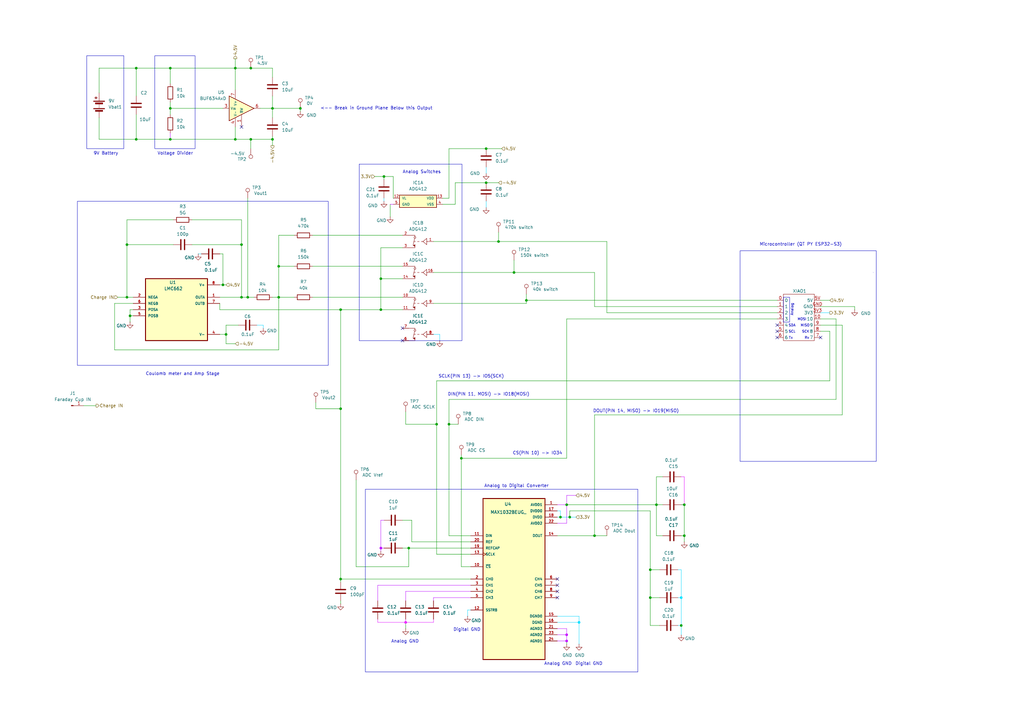
<source format=kicad_sch>
(kicad_sch (version 20231120) (generator "eeschema") (generator_version "8.0")
  (paper "A3")
  (title_block (title "Team 3 - COATL Aircraft Schematic") (date "2025-04-14") (rev "6") (company "Annika Boyd, Eisa Alsharifi, Felix Moss, Nathan Truong"))
  (lib_symbols
    (symbol "ADG412:ADG412" (pin_names (offset 1.016))
      (property "Reference" "IC" (at -7.62 5.08 0))
      (property "Value" "ADG412" (at -7.62 -3.81 0))
      (symbol "ADG412_1_0"
        (pin power_in line (at -10.16 2.54 0) (length 2.54) (name "VL") (number "12"))
        (pin power_in line (at 10.16 2.54 180) (length 2.54) (name "VDD") (number "13"))
        (pin power_in line (at 10.16 0 180) (length 2.54) (name "VSS") (number "4"))
        (pin power_in line (at -10.16 0 0) (length 2.54) (name "GND") (number "5"))
      )
      (symbol "ADG412_2_0"
        (pin input line (at -7.62 0 0) (length 2.54) (name "~") (number "1"))
        (pin passive line (at 5.08 -2.54 180) (length 2.54) (name "~") (number "2"))
        (pin passive line (at 5.08 2.54 180) (length 2.54) (name "~") (number "3"))
      )
      (symbol "ADG412_3_0"
        (pin passive line (at 5.08 2.54 180) (length 2.54) (name "~") (number "14"))
        (pin passive line (at 5.08 -2.54 180) (length 2.54) (name "~") (number "15"))
        (pin input line (at -7.62 0 0) (length 2.54) (name "~") (number "16"))
      )
      (symbol "ADG412_4_0"
        (pin passive line (at 5.08 -2.54 180) (length 2.54) (name "~") (number "10"))
        (pin passive line (at 5.08 2.54 180) (length 2.54) (name "~") (number "11"))
        (pin input line (at -7.62 0 0) (length 2.54) (name "~") (number "9"))
      )
      (symbol "ADG412_5_0"
        (pin passive line (at 5.08 2.54 180) (length 2.54) (name "~") (number "6"))
        (pin passive line (at 5.08 -2.54 180) (length 2.54) (name "~") (number "7"))
        (pin input line (at -7.62 0 0) (length 2.54) (name "~") (number "8"))
      )
    )
    (symbol "Connector:Conn_01x01_Pin" (pin_names (offset 1.016) hide)
      (property "Reference" "J" (at 0 2.54 0))
      (property "Value" "Conn_01x01_Pin" (at 0 -2.54 0))
      (symbol "Conn_01x01_Pin_1_1"
        (pin passive line (at 5.08 0 180) (length 3.81) (name "Pin_1") (number "1"))
      )
    )
    (symbol "Connector:TestPoint" (pin_numbers hide) (pin_names (offset 0.762) hide)
      (property "Reference" "TP" (at 0 6.858 0))
      (property "Value" "TestPoint" (at 0 5.08 0))
      (symbol "TestPoint_1_1"
        (pin passive line (at 0 0 90) (length 2.54) (name "1") (number "1"))
      )
    )
    (symbol "Device:Battery" (pin_numbers hide) (pin_names (offset 0) hide)
      (property "Reference" "BT" (at 2.54 2.54 0))
      (property "Value" "Battery" (at 2.54 0 0))
      (symbol "Battery_1_1"
        (pin passive line (at 0 5.08 270) (length 2.54) (name "+") (number "1"))
        (pin passive line (at 0 -5.08 90) (length 2.54) (name "-") (number "2"))
      )
    )
    (symbol "Device:C" (pin_numbers hide) (pin_names (offset 0.254))
      (property "Reference" "C" (at 0.635 2.54 0))
      (property "Value" "C" (at 0.635 -2.54 0))
      (symbol "C_1_1"
        (pin passive line (at 0 3.81 270) (length 2.794) (name "~") (number "1"))
        (pin passive line (at 0 -3.81 90) (length 2.794) (name "~") (number "2"))
      )
    )
    (symbol "Device:R" (pin_numbers hide) (pin_names (offset 0))
      (property "Reference" "R" (at 2.032 0 90))
      (property "Value" "R" (at 0 0 90))
      (symbol "R_1_1"
        (pin passive line (at 0 3.81 270) (length 1.27) (name "~") (number "1"))
        (pin passive line (at 0 -3.81 90) (length 1.27) (name "~") (number "2"))
      )
    )
    (symbol "LMC6042IM:LMC6042IM" (pin_names (offset 1.016))
      (property "Reference" "U4" (at -1.524 11.176 0))
      (property "Value" "LMC662" (at -1.27 8.636 0))
      (symbol "LMC6042IM_0_0"
        (pin output line (at 17.78 5.08 180) (length 5.08) (name "OUTA") (number "1"))
        (pin input line (at -17.78 5.08 0) (length 5.08) (name "NEGA") (number "2"))
        (pin input line (at -17.78 0 0) (length 5.08) (name "POSA") (number "3"))
        (pin power_in line (at 17.78 -10.16 180) (length 5.08) (name "V-") (number "4"))
        (pin input line (at -17.78 -2.54 0) (length 5.08) (name "POSB") (number "5"))
        (pin input line (at -17.78 2.54 0) (length 5.08) (name "NEGB") (number "6"))
        (pin output line (at 17.78 2.54 180) (length 5.08) (name "OUTB") (number "7"))
        (pin power_in line (at 17.78 10.16 180) (length 5.08) (name "V+") (number "8"))
      )
    )
    (symbol "MAX1032BEUG_:MAX1032BEUG_" (pin_names (offset 1.016))
      (property "Reference" "U" (at -12.7 34.0106 0))
      (property "Value" "MAX1032BEUG_" (at -12.7 -37.0078 0))
      (symbol "MAX1032BEUG__0_0"
        (pin power_in line (at 17.78 30.48 180) (length 5.08) (name "AVDD1") (number "1"))
        (pin bidirectional line (at -17.78 5.08 0) (length 5.08) (name "~{CS}") (number "10"))
        (pin input line (at -17.78 17.78 0) (length 5.08) (name "DIN") (number "11"))
        (pin bidirectional line (at -17.78 -12.7 0) (length 5.08) (name "SSTRB") (number "12"))
        (pin input clock (at -17.78 10.16 0) (length 5.08) (name "SCLK") (number "13"))
        (pin output line (at 17.78 17.78 180) (length 5.08) (name "DOUT") (number "14"))
        (pin power_in line (at 17.78 -15.24 180) (length 5.08) (name "DGND0") (number "15"))
        (pin power_in line (at 17.78 -17.78 180) (length 5.08) (name "DGND") (number "16"))
        (pin power_in line (at 17.78 27.94 180) (length 5.08) (name "DVDD0") (number "17"))
        (pin power_in line (at 17.78 25.4 180) (length 5.08) (name "DVDD") (number "18"))
        (pin input line (at -17.78 12.7 0) (length 5.08) (name "REFCAP") (number "19"))
        (pin bidirectional line (at -17.78 0 0) (length 5.08) (name "CH0") (number "2"))
        (pin input line (at -17.78 15.24 0) (length 5.08) (name "REF") (number "20"))
        (pin power_in line (at 17.78 -20.32 180) (length 5.08) (name "AGND3") (number "21"))
        (pin power_in line (at 17.78 22.86 180) (length 5.08) (name "AVDD2") (number "22"))
        (pin power_in line (at 17.78 -22.86 180) (length 5.08) (name "AGND2") (number "23"))
        (pin power_in line (at 17.78 -25.4 180) (length 5.08) (name "AGND1") (number "24"))
        (pin bidirectional line (at -17.78 -2.54 0) (length 5.08) (name "CH1") (number "3"))
        (pin bidirectional line (at -17.78 -5.08 0) (length 5.08) (name "CH2") (number "4"))
        (pin bidirectional line (at -17.78 -7.62 0) (length 5.08) (name "CH3") (number "5"))
        (pin bidirectional line (at 17.78 0 180) (length 5.08) (name "CH4") (number "6"))
        (pin bidirectional line (at 17.78 -2.54 180) (length 5.08) (name "CH5") (number "7"))
        (pin bidirectional line (at 17.78 -5.08 180) (length 5.08) (name "CH6") (number "8"))
        (pin bidirectional line (at 17.78 -7.62 180) (length 5.08) (name "CH7") (number "9"))
      )
    )
    (symbol "XIAO:esp32s3"
      (property "Reference" "XIAO" (at 0 0 0))
      (symbol "esp32s3_1_1"
        (pin bidirectional line (at -8.89 -3.81 0) (length 2.54) (name "0") (number "0"))
        (pin bidirectional line (at -8.89 -6.35 0) (length 2.54) (name "1") (number "1"))
        (pin bidirectional line (at 8.89 -11.43 180) (length 2.54) (name "10") (number "10"))
        (pin bidirectional line (at -8.89 -8.89 0) (length 2.54) (name "2") (number "2"))
        (pin bidirectional line (at -8.89 -11.43 0) (length 2.54) (name "3") (number "3"))
        (pin bidirectional line (at 8.89 -8.89 180) (length 2.54) (name "3V3") (number "3V3"))
        (pin bidirectional line (at -8.89 -13.97 0) (length 2.54) (name "4") (number "4"))
        (pin bidirectional line (at -8.89 -16.51 0) (length 2.54) (name "5") (number "5"))
        (pin bidirectional line (at 8.89 -3.81 180) (length 2.54) (name "5V") (number "5V"))
        (pin bidirectional line (at -8.89 -19.05 0) (length 2.54) (name "6") (number "6"))
        (pin bidirectional line (at 8.89 -19.05 180) (length 2.54) (name "7") (number "7"))
        (pin bidirectional line (at 8.89 -16.51 180) (length 2.54) (name "8") (number "8"))
        (pin bidirectional line (at 8.89 -13.97 180) (length 2.54) (name "9") (number "9"))
        (pin bidirectional line (at 8.89 -6.35 180) (length 2.54) (name "GND") (number "GND"))
      )
    )
    (symbol "buf634axd:BUF634AxD"
      (property "Reference" "U2" (at -10.922 6.604 0))
      (property "Value" "BUF634AxD" (at -10.922 4.064 0))
      (symbol "BUF634AxD_1_1"
        (pin input line (at 0 -7.62 90) (length 5.08) (name "BW") (number "1"))
        (pin no_connect line (at -5.08 5.08 0) (length 2.54) hide (name "NC") (number "2"))
        (pin input line (at -7.62 0 0) (length 2.54) (name "V_{IN}") (number "3"))
        (pin power_in line (at -2.54 -7.62 90) (length 3.81) (name "V-") (number "4"))
        (pin no_connect line (at -5.08 2.54 0) (length 2.54) hide (name "NC") (number "5"))
        (pin output line (at 7.62 0 180) (length 2.54) (name "~") (number "6"))
        (pin power_in line (at -2.54 7.62 270) (length 3.81) (name "V+") (number "7"))
        (pin no_connect line (at -5.08 -2.54 0) (length 2.54) hide (name "NC") (number "8"))
      )
    )
    (symbol "power:GND" (power) (pin_numbers hide) (pin_names (offset 0) hide)
      (property "Value" "GND" (at 0 -3.81 0))
      (symbol "GND_1_1"
        (pin power_in line (at 0 0 270) (length 0) (name "~") (number "1"))
      )
    )
  )
  (junction (at 69.85 57.15))
  (junction (at 199.39 60.96))
  (junction (at 179.07 173.99))
  (junction (at 232.41 207.01))
  (junction (at 123.19 44.45))
  (junction (at 139.7 167.64))
  (junction (at 279.4 245.11) (color 0 214 255 1))
  (junction (at 55.88 27.94))
  (junction (at 52.07 121.92))
  (junction (at 102.87 57.15))
  (junction (at 69.85 44.45))
  (junction (at 99.06 121.92))
  (junction (at 53.34 129.54))
  (junction (at 204.47 99.06))
  (junction (at 156.21 224.79) (color 182 6 255 1))
  (junction (at 139.7 237.49))
  (junction (at 280.67 219.71))
  (junction (at 229.87 212.09))
  (junction (at 114.3 121.92))
  (junction (at 139.7 127))
  (junction (at 101.6 121.92))
  (junction (at 114.3 109.22))
  (junction (at 96.52 57.15))
  (junction (at 91.44 116.84))
  (junction (at 232.41 260.35) (color 185 8 255 1))
  (junction (at 96.52 27.94))
  (junction (at 111.76 44.45))
  (junction (at 237.49 255.27) (color 0 212 255 1))
  (junction (at 279.4 256.54))
  (junction (at 243.84 219.71))
  (junction (at 157.48 72.39))
  (junction (at 166.37 255.27) (color 223 19 255 1))
  (junction (at 92.71 137.16))
  (junction (at 233.68 212.09))
  (junction (at 210.82 111.76))
  (junction (at 269.24 207.01))
  (junction (at 189.23 187.96))
  (junction (at 156.21 114.3))
  (junction (at 232.41 262.89) (color 185 8 255 1))
  (junction (at 280.67 207.01))
  (junction (at 55.88 57.15))
  (junction (at 266.7 233.68))
  (junction (at 99.06 100.33))
  (junction (at 199.39 74.93))
  (junction (at 52.07 100.33))
  (junction (at 215.9 123.19))
  (junction (at 266.7 245.11))
  (junction (at 184.15 173.99))
  (junction (at 102.87 27.94))
  (junction (at 156.21 127))
  (junction (at 167.64 224.79))
  (junction (at 111.76 57.15))
  (junction (at 69.85 27.94))
  (no_connect (at 228.6 242.57))
  (no_connect (at 228.6 245.11))
  (no_connect (at 228.6 237.49))
  (no_connect (at 318.77 138.43))
  (no_connect (at 165.1 139.7))
  (no_connect (at 336.55 138.43))
  (no_connect (at 228.6 240.03))
  (no_connect (at 99.06 52.07))
  (no_connect (at 318.77 135.89))
  (no_connect (at 318.77 133.35))
  (no_connect (at 165.1 134.62))
  (wire (pts (xy 111.76 39.37) (xy 111.76 44.45)))
  (wire (pts (xy 279.4 245.11) (xy 278.13 245.11)) (stroke (width 0) (color 0 214 255 1)))
  (wire (pts (xy 129.54 167.64) (xy 139.7 167.64)))
  (wire (pts (xy 90.17 116.84) (xy 91.44 116.84)))
  (wire (pts (xy 228.6 262.89) (xy 232.41 262.89)) (stroke (width 0) (color 185 8 255 1)))
  (wire (pts (xy 189.23 187.96) (xy 189.23 186.69)))
  (wire (pts (xy 139.7 127) (xy 139.7 167.64)))
  (wire (pts (xy 266.7 245.11) (xy 266.7 233.68)))
  (wire (pts (xy 266.7 209.55) (xy 266.7 233.68)))
  (wire (pts (xy 342.9 130.81) (xy 336.55 130.81)))
  (wire (pts (xy 96.52 24.13) (xy 96.52 27.94)))
  (wire (pts (xy 102.87 60.96) (xy 102.87 57.15)))
  (wire (pts (xy 54.61 127) (xy 53.34 127)))
  (wire (pts (xy 243.84 219.71) (xy 248.92 219.71)))
  (wire (pts (xy 156.21 127) (xy 139.7 127)))
  (wire (pts (xy 278.13 256.54) (xy 279.4 256.54)) (stroke (width 0) (color 0 214 255 1)))
  (wire (pts (xy 340.36 135.89) (xy 336.55 135.89)))
  (wire (pts (xy 156.21 114.3) (xy 165.1 114.3)))
  (wire (pts (xy 40.64 27.94) (xy 55.88 27.94)))
  (wire (pts (xy 193.04 232.41) (xy 189.23 232.41)))
  (wire (pts (xy 232.41 207.01) (xy 269.24 207.01)))
  (wire (pts (xy 279.4 195.58) (xy 280.67 195.58)) (stroke (width 0) (color 226 2 255 1)))
  (wire (pts (xy 139.7 246.38) (xy 139.7 247.65)))
  (wire (pts (xy 40.64 57.15) (xy 55.88 57.15)))
  (wire (pts (xy 111.76 31.75) (xy 111.76 27.94)))
  (wire (pts (xy 199.39 82.55) (xy 199.39 85.09)) (stroke (width 0) (color 0 212 255 1)))
  (wire (pts (xy 102.87 57.15) (xy 111.76 57.15)))
  (wire (pts (xy 243.84 111.76) (xy 243.84 125.73)))
  (wire (pts (xy 111.76 57.15) (xy 111.76 59.69)))
  (wire (pts (xy 106.68 44.45) (xy 111.76 44.45)))
  (wire (pts (xy 179.07 173.99) (xy 179.07 227.33)))
  (wire (pts (xy 96.52 27.94) (xy 102.87 27.94)))
  (wire (pts (xy 91.44 116.84) (xy 92.71 116.84)))
  (wire (pts (xy 156.21 224.79) (xy 157.48 224.79)) (stroke (width 0) (color 182 6 255 1)))
  (wire (pts (xy 154.94 246.38) (xy 154.94 240.03)) (stroke (width 0) (color 185 8 255 1)))
  (wire (pts (xy 177.8 255.27) (xy 177.8 254)) (stroke (width 0) (color 223 19 255 1)))
  (wire (pts (xy 269.24 207.01) (xy 271.78 207.01)))
  (wire (pts (xy 167.64 232.41) (xy 167.64 224.79)))
  (wire (pts (xy 280.67 207.01) (xy 279.4 207.01)))
  (wire (pts (xy 69.85 27.94) (xy 96.52 27.94)))
  (wire (pts (xy 269.24 219.71) (xy 269.24 207.01)))
  (wire (pts (xy 128.27 109.22) (xy 165.1 109.22)))
  (wire (pts (xy 123.19 45.72) (xy 123.19 44.45)))
  (wire (pts (xy 157.48 73.66) (xy 157.48 72.39)))
  (wire (pts (xy 157.48 72.39) (xy 161.29 72.39)))
  (wire (pts (xy 184.15 173.99) (xy 187.96 173.99)))
  (wire (pts (xy 161.29 72.39) (xy 161.29 81.28)))
  (wire (pts (xy 69.85 41.91) (xy 69.85 44.45)))
  (wire (pts (xy 82.55 104.14) (xy 81.28 104.14)) (stroke (width 0) (color 0 212 255 1)))
  (wire (pts (xy 177.8 111.76) (xy 210.82 111.76)))
  (wire (pts (xy 96.52 57.15) (xy 102.87 57.15)))
  (wire (pts (xy 210.82 106.68) (xy 210.82 111.76)))
  (wire (pts (xy 90.17 121.92) (xy 99.06 121.92)))
  (wire (pts (xy 99.06 100.33) (xy 99.06 121.92)))
  (wire (pts (xy 154.94 255.27) (xy 154.94 254)) (stroke (width 0) (color 223 19 255 1)))
  (wire (pts (xy 154.94 255.27) (xy 166.37 255.27)) (stroke (width 0) (color 223 19 255 1)))
  (wire (pts (xy 153.67 72.39) (xy 157.48 72.39)))
  (wire (pts (xy 55.88 57.15) (xy 69.85 57.15)))
  (wire (pts (xy 129.54 165.1) (xy 129.54 167.64)))
  (wire (pts (xy 278.13 233.68) (xy 279.4 233.68)) (stroke (width 0) (color 0 214 255 1)))
  (wire (pts (xy 166.37 242.57) (xy 193.04 242.57)) (stroke (width 0) (color 185 8 255 1)))
  (wire (pts (xy 168.91 213.36) (xy 165.1 213.36)))
  (wire (pts (xy 114.3 121.92) (xy 114.3 143.51)))
  (wire (pts (xy 69.85 44.45) (xy 69.85 46.99)))
  (wire (pts (xy 210.82 111.76) (xy 243.84 111.76)))
  (wire (pts (xy 111.76 121.92) (xy 114.3 121.92)))
  (wire (pts (xy 114.3 96.52) (xy 114.3 109.22)))
  (wire (pts (xy 179.07 227.33) (xy 193.04 227.33)))
  (wire (pts (xy 279.4 233.68) (xy 279.4 245.11)) (stroke (width 0) (color 0 214 255 1)))
  (wire (pts (xy 228.6 257.81) (xy 232.41 257.81)) (stroke (width 0) (color 185 8 255 1)))
  (wire (pts (xy 189.23 187.96) (xy 189.23 232.41)))
  (wire (pts (xy 342.9 130.81) (xy 342.9 163.83)))
  (wire (pts (xy 237.49 252.73) (xy 237.49 255.27)) (stroke (width 0) (color 0 212 255 1)))
  (wire (pts (xy 228.6 252.73) (xy 237.49 252.73)) (stroke (width 0) (color 0 212 255 1)))
  (wire (pts (xy 179.07 173.99) (xy 179.07 156.21)))
  (wire (pts (xy 156.21 101.6) (xy 165.1 101.6)))
  (wire (pts (xy 139.7 237.49) (xy 193.04 237.49)))
  (wire (pts (xy 71.12 100.33) (xy 52.07 100.33)))
  (wire (pts (xy 101.6 121.92) (xy 104.14 121.92)))
  (wire (pts (xy 243.84 170.18) (xy 243.84 219.71)))
  (wire (pts (xy 96.52 27.94) (xy 96.52 36.83)))
  (wire (pts (xy 229.87 209.55) (xy 229.87 212.09)) (stroke (width 0) (color 0 212 255 1)))
  (wire (pts (xy 186.69 74.93) (xy 186.69 83.82)))
  (wire (pts (xy 166.37 255.27) (xy 177.8 255.27)) (stroke (width 0) (color 223 19 255 1)))
  (wire (pts (xy 34.29 166.37) (xy 39.37 166.37)))
  (wire (pts (xy 111.76 55.88) (xy 111.76 57.15)))
  (wire (pts (xy 228.6 214.63) (xy 232.41 214.63)) (stroke (width 0) (color 185 8 255 1)))
  (wire (pts (xy 228.6 207.01) (xy 232.41 207.01)) (stroke (width 0) (color 185 8 255 1)))
  (wire (pts (xy 280.67 207.01) (xy 280.67 195.58)) (stroke (width 0) (color 226 2 255 1)))
  (wire (pts (xy 186.69 74.93) (xy 199.39 74.93)))
  (wire (pts (xy 340.36 156.21) (xy 340.36 135.89)))
  (wire (pts (xy 69.85 57.15) (xy 96.52 57.15)))
  (wire (pts (xy 48.26 121.92) (xy 52.07 121.92)))
  (wire (pts (xy 90.17 127) (xy 90.17 124.46)))
  (wire (pts (xy 156.21 127) (xy 165.1 127)))
  (wire (pts (xy 156.21 101.6) (xy 156.21 114.3)))
  (wire (pts (xy 280.67 222.25) (xy 280.67 219.71)))
  (wire (pts (xy 204.47 95.25) (xy 204.47 99.06)))
  (wire (pts (xy 215.9 123.19) (xy 215.9 124.46)))
  (wire (pts (xy 232.41 203.2) (xy 236.22 203.2)) (stroke (width 0) (color 185 8 255 1)))
  (wire (pts (xy 199.39 74.93) (xy 204.47 74.93)))
  (wire (pts (xy 228.6 219.71) (xy 243.84 219.71)))
  (wire (pts (xy 233.68 209.55) (xy 233.68 212.09)))
  (wire (pts (xy 166.37 173.99) (xy 179.07 173.99)))
  (wire (pts (xy 53.34 129.54) (xy 53.34 132.08)))
  (wire (pts (xy 156.21 226.06) (xy 156.21 224.79)) (stroke (width 0) (color 182 6 255 1)))
  (wire (pts (xy 269.24 195.58) (xy 271.78 195.58)))
  (wire (pts (xy 114.3 121.92) (xy 120.65 121.92)))
  (wire (pts (xy 228.6 260.35) (xy 232.41 260.35)) (stroke (width 0) (color 185 8 255 1)))
  (wire (pts (xy 114.3 109.22) (xy 114.3 121.92)))
  (wire (pts (xy 128.27 96.52) (xy 165.1 96.52)))
  (wire (pts (xy 248.92 128.27) (xy 318.77 128.27)))
  (wire (pts (xy 96.52 57.15) (xy 96.52 52.07)))
  (wire (pts (xy 177.8 245.11) (xy 177.8 246.38)) (stroke (width 0) (color 185 8 255 1)))
  (wire (pts (xy 193.04 219.71) (xy 184.15 219.71)))
  (wire (pts (xy 102.87 27.94) (xy 111.76 27.94)))
  (wire (pts (xy 53.34 129.54) (xy 54.61 129.54)))
  (wire (pts (xy 266.7 233.68) (xy 270.51 233.68)))
  (wire (pts (xy 53.34 127) (xy 53.34 129.54)))
  (wire (pts (xy 232.41 130.81) (xy 232.41 187.96)))
  (wire (pts (xy 139.7 238.76) (xy 139.7 237.49)))
  (wire (pts (xy 266.7 245.11) (xy 266.7 256.54)))
  (wire (pts (xy 279.4 260.35) (xy 279.4 256.54)) (stroke (width 0) (color 0 214 255 1)))
  (wire (pts (xy 52.07 121.92) (xy 54.61 121.92)))
  (wire (pts (xy 55.88 46.99) (xy 55.88 57.15)))
  (wire (pts (xy 107.95 134.62) (xy 107.95 133.35)) (stroke (width 0) (color 0 212 255 1)))
  (wire (pts (xy 46.99 124.46) (xy 54.61 124.46)))
  (wire (pts (xy 120.65 109.22) (xy 114.3 109.22)))
  (wire (pts (xy 243.84 125.73) (xy 318.77 125.73)))
  (wire (pts (xy 232.41 130.81) (xy 318.77 130.81)))
  (wire (pts (xy 111.76 44.45) (xy 123.19 44.45)))
  (wire (pts (xy 92.71 140.97) (xy 96.52 140.97)))
  (wire (pts (xy 114.3 143.51) (xy 46.99 143.51)))
  (wire (pts (xy 184.15 60.96) (xy 184.15 81.28)))
  (wire (pts (xy 204.47 99.06) (xy 248.92 99.06)))
  (wire (pts (xy 199.39 68.58) (xy 199.39 71.12)) (stroke (width 0) (color 0 212 255 1)))
  (wire (pts (xy 184.15 81.28) (xy 181.61 81.28)))
  (wire (pts (xy 228.6 209.55) (xy 229.87 209.55)) (stroke (width 0) (color 0 212 255 1)))
  (wire (pts (xy 69.85 54.61) (xy 69.85 57.15)) (stroke (width 0) (color 180 0 255 1)))
  (wire (pts (xy 232.41 260.35) (xy 232.41 262.89)) (stroke (width 0) (color 185 8 255 1)))
  (wire (pts (xy 71.12 90.17) (xy 52.07 90.17)))
  (wire (pts (xy 266.7 256.54) (xy 270.51 256.54)))
  (wire (pts (xy 166.37 168.91) (xy 166.37 173.99)))
  (wire (pts (xy 232.41 203.2) (xy 232.41 207.01)) (stroke (width 0) (color 185 8 255 1)))
  (wire (pts (xy 193.04 222.25) (xy 168.91 222.25)))
  (wire (pts (xy 156.21 213.36) (xy 156.21 224.79)) (stroke (width 0) (color 182 6 255 1)))
  (wire (pts (xy 46.99 143.51) (xy 46.99 124.46)))
  (wire (pts (xy 233.68 212.09) (xy 236.22 212.09)) (stroke (width 0) (color 0 212 255 1)))
  (wire (pts (xy 90.17 137.16) (xy 92.71 137.16)))
  (wire (pts (xy 78.74 100.33) (xy 99.06 100.33)))
  (wire (pts (xy 345.44 133.35) (xy 336.55 133.35)))
  (wire (pts (xy 279.4 245.11) (xy 279.4 256.54)) (stroke (width 0) (color 0 214 255 1)))
  (wire (pts (xy 78.74 90.17) (xy 99.06 90.17)))
  (wire (pts (xy 266.7 209.55) (xy 233.68 209.55)))
  (wire (pts (xy 280.67 219.71) (xy 280.67 207.01)))
  (wire (pts (xy 269.24 207.01) (xy 269.24 195.58)))
  (wire (pts (xy 91.44 104.14) (xy 91.44 116.84)))
  (wire (pts (xy 157.48 213.36) (xy 156.21 213.36)) (stroke (width 0) (color 182 6 255 1)))
  (wire (pts (xy 160.02 83.82) (xy 161.29 83.82)) (stroke (width 0) (color 178 1 255 1)))
  (wire (pts (xy 167.64 224.79) (xy 193.04 224.79)))
  (wire (pts (xy 92.71 133.35) (xy 97.79 133.35)))
  (wire (pts (xy 215.9 120.65) (xy 215.9 123.19)))
  (wire (pts (xy 336.55 125.73) (xy 350.52 125.73)))
  (wire (pts (xy 40.64 27.94) (xy 40.64 38.1)))
  (wire (pts (xy 184.15 163.83) (xy 342.9 163.83)))
  (wire (pts (xy 128.27 121.92) (xy 165.1 121.92)))
  (wire (pts (xy 199.39 60.96) (xy 205.74 60.96)))
  (wire (pts (xy 345.44 133.35) (xy 345.44 170.18)))
  (wire (pts (xy 69.85 44.45) (xy 91.44 44.45)))
  (wire (pts (xy 232.41 257.81) (xy 232.41 260.35)) (stroke (width 0) (color 185 8 255 1)))
  (wire (pts (xy 166.37 254) (xy 166.37 255.27)) (stroke (width 0) (color 223 19 255 1)))
  (wire (pts (xy 232.41 187.96) (xy 189.23 187.96)))
  (wire (pts (xy 154.94 240.03) (xy 193.04 240.03)) (stroke (width 0) (color 185 8 255 1)))
  (wire (pts (xy 248.92 99.06) (xy 248.92 128.27)))
  (wire (pts (xy 279.4 207.01) (xy 280.67 207.01)) (stroke (width 0) (color 226 2 255 1)))
  (wire (pts (xy 99.06 90.17) (xy 99.06 100.33)))
  (wire (pts (xy 177.8 137.16) (xy 180.34 137.16)) (stroke (width 0) (color 0 212 255 1)))
  (wire (pts (xy 146.05 196.85) (xy 146.05 232.41)))
  (wire (pts (xy 184.15 60.96) (xy 199.39 60.96)))
  (wire (pts (xy 55.88 27.94) (xy 69.85 27.94)))
  (wire (pts (xy 101.6 81.28) (xy 101.6 121.92)))
  (wire (pts (xy 120.65 96.52) (xy 114.3 96.52)))
  (wire (pts (xy 139.7 167.64) (xy 139.7 237.49)))
  (wire (pts (xy 168.91 222.25) (xy 168.91 213.36)))
  (wire (pts (xy 184.15 173.99) (xy 184.15 163.83)))
  (wire (pts (xy 157.48 81.28) (xy 157.48 82.55)) (stroke (width 0) (color 0 212 255 1)))
  (wire (pts (xy 107.95 133.35) (xy 105.41 133.35)) (stroke (width 0) (color 0 212 255 1)))
  (wire (pts (xy 52.07 100.33) (xy 52.07 121.92)))
  (wire (pts (xy 191.77 252.73) (xy 191.77 250.19)) (stroke (width 0) (color 0 212 255 1)))
  (wire (pts (xy 232.41 214.63) (xy 232.41 207.01)) (stroke (width 0) (color 185 8 255 1)))
  (wire (pts (xy 55.88 27.94) (xy 55.88 39.37)))
  (wire (pts (xy 111.76 44.45) (xy 111.76 48.26)))
  (wire (pts (xy 90.17 127) (xy 139.7 127)))
  (wire (pts (xy 146.05 232.41) (xy 167.64 232.41)))
  (wire (pts (xy 184.15 219.71) (xy 184.15 173.99)))
  (wire (pts (xy 228.6 255.27) (xy 237.49 255.27)) (stroke (width 0) (color 0 212 255 1)))
  (wire (pts (xy 191.77 250.19) (xy 193.04 250.19)) (stroke (width 0) (color 0 212 255 1)))
  (wire (pts (xy 232.41 262.89) (xy 232.41 264.16)))
  (wire (pts (xy 40.64 48.26) (xy 40.64 57.15)))
  (wire (pts (xy 69.85 27.94) (xy 69.85 34.29)))
  (wire (pts (xy 280.67 219.71) (xy 279.4 219.71)))
  (wire (pts (xy 177.8 124.46) (xy 215.9 124.46)))
  (wire (pts (xy 165.1 224.79) (xy 167.64 224.79)))
  (wire (pts (xy 160.02 83.82) (xy 160.02 88.9)))
  (wire (pts (xy 179.07 156.21) (xy 340.36 156.21)))
  (wire (pts (xy 92.71 137.16) (xy 92.71 140.97)))
  (wire (pts (xy 340.36 128.27) (xy 336.55 128.27)) (stroke (width 0) (color 0 212 255 1)))
  (wire (pts (xy 350.52 125.73) (xy 350.52 127)))
  (wire (pts (xy 99.06 121.92) (xy 101.6 121.92)))
  (wire (pts (xy 177.8 245.11) (xy 193.04 245.11)) (stroke (width 0) (color 185 8 255 1)))
  (wire (pts (xy 186.69 83.82) (xy 181.61 83.82)))
  (wire (pts (xy 92.71 133.35) (xy 92.71 137.16)))
  (wire (pts (xy 91.44 104.14) (xy 90.17 104.14)))
  (wire (pts (xy 229.87 212.09) (xy 228.6 212.09)) (stroke (width 0) (color 0 212 255 1)))
  (wire (pts (xy 340.36 123.19) (xy 336.55 123.19)))
  (wire (pts (xy 52.07 90.17) (xy 52.07 100.33)))
  (wire (pts (xy 166.37 255.27) (xy 166.37 257.81)))
  (wire (pts (xy 180.34 137.16) (xy 180.34 139.7)) (stroke (width 0) (color 0 212 255 1)))
  (wire (pts (xy 215.9 123.19) (xy 318.77 123.19)))
  (wire (pts (xy 266.7 245.11) (xy 270.51 245.11)))
  (wire (pts (xy 345.44 170.18) (xy 243.84 170.18)))
  (wire (pts (xy 237.49 255.27) (xy 237.49 264.16)) (stroke (width 0) (color 0 212 255 1)))
  (wire (pts (xy 166.37 242.57) (xy 166.37 246.38)) (stroke (width 0) (color 185 8 255 1)))
  (wire (pts (xy 177.8 99.06) (xy 204.47 99.06)))
  (wire (pts (xy 156.21 114.3) (xy 156.21 127)))
  (wire (pts (xy 229.87 212.09) (xy 233.68 212.09)) (stroke (width 0) (color 0 212 255 1)))
  (wire (pts (xy 271.78 219.71) (xy 269.24 219.71)))
  (rectangle (start 358.14 111.76) (end 358.14 111.76))
  (rectangle (start 147.32 67.31) (end 189.484 139.7))
  (rectangle (start 35.56 22.86) (end 50.8 60.96))
  (rectangle (start 303.53 102.87) (end 359.41 189.23))
  (rectangle (start 63.5 22.86) (end 80.01 60.96))
  (rectangle (start 31.75 82.55) (end 134.62 149.86))
  (rectangle (start 149.86 200.66) (end 261.62 275.59))
  (rectangle (start 321.31 121.92) (end 323.85 132.08))
  (text "9V Battery" (at 43.434 62.992 0) (effects (font (size 1.27 1.27))))
  (text "CS(PIN 10) -> IO34" (at 220.472 185.928 0) (effects (font (size 1.27 1.27))))
  (text "MOSI" (at 328.93 131.064 0) (effects (font (size 1 1))))
  (text "Analog Switches" (at 172.974 70.612 0) (effects (font (size 1.27 1.27))))
  (text "SCL" (at 324.866 136.144 0) (effects (font (size 1 1))))
  (text "Tx" (at 324.358 138.684 0) (effects (font (size 1 1))))
  (text "Analog GND" (at 166.116 263.144 0) (effects (font (size 1.27 1.27))))
  (text "Voltage Divider\n" (at 71.882 62.992 0) (effects (font (size 1.27 1.27))))
  (text "Microcontroller (QT PY ESP32-S3)\n\n" (at 328.422 101.346 0) (effects (font (size 1.27 1.27))))
  (text "DIN(PIN 11, MOSI) -> IO18(MOSI)\n" (at 200.406 161.798 0) (effects (font (size 1.27 1.27))))
  (text "Analog" (at 324.866 127 90) (effects (font (size 1 1))))
  (text "<-- Break in Ground Plane Below this Output" (at 154.432 44.45 0) (effects (font (size 1.27 1.27))))
  (text "Analog GND" (at 228.854 272.288 0) (effects (font (size 1.27 1.27))))
  (text "SCLK(PIN 13) -> IO5(SCK)" (at 193.294 154.432 0) (effects (font (size 1.27 1.27))))
  (text "Analog to Digital Converter\n" (at 211.836 199.39 0) (effects (font (size 1.27 1.27))))
  (text "DOUT(PIN 14, MISO) -> IO19(MISO)" (at 260.858 168.656 0) (effects (font (size 1.27 1.27))))
  (text "Digital GND" (at 191.516 258.318 0) (effects (font (size 1.27 1.27))))
  (text "Rx" (at 330.962 138.684 0) (effects (font (size 1 1))))
  (text "SDA" (at 324.866 133.604 0) (effects (font (size 1 1))))
  (text "Coulomb meter and Amp Stage" (at 74.93 153.416 0) (effects (font (size 1.27 1.27))))
  (text "MISO" (at 330.2 133.604 0) (effects (font (size 1 1))))
  (text "Digital GND" (at 241.554 272.288 0) (effects (font (size 1.27 1.27))))
  (text "SCK" (at 330.454 136.144 0) (effects (font (size 1 1))))
  (hierarchical_label "4.5V" (shape input) (at 236.22 203.2 0))
  (hierarchical_label "4.5V" (shape input) (at 340.36 123.19 0))
  (hierarchical_label "3.3V" (shape output) (at 340.36 128.27 0))
  (hierarchical_label "3.3V" (shape input) (at 153.67 72.39 180))
  (hierarchical_label "4.5V" (shape output) (at 96.52 24.13 90))
  (hierarchical_label "-4.5V" (shape input) (at 96.52 140.97 0))
  (hierarchical_label "-4.5V" (shape output) (at 111.76 59.69 270))
  (hierarchical_label "4.5V" (shape input) (at 92.71 116.84 0))
  (hierarchical_label "4.5V" (shape input) (at 205.74 60.96 0))
  (hierarchical_label "-4.5V" (shape input) (at 204.47 74.93 0))
  (hierarchical_label "3.3V" (shape input) (at 236.22 212.09 0))
  (hierarchical_label "Charge IN" (shape input) (at 48.26 121.92 180))
  (hierarchical_label "Charge IN" (shape output) (at 39.37 166.37 0))
  (symbol (lib_id "Device:C") (at 86.36 104.14 270) (unit 1)
    (property "Reference" "C5" (at 83.82 108.204 90) (effects (justify left)))
    (property "Value" "0.1uF" (at 83.82 110.744 90) (effects (justify left)))
    (property "Footprint" "Capacitor_SMD:C_1206_3216Metric_Pad1.33x1.80mm_HandSolder" (effects (hide yes)))
    (property "Description" "Unpolarized capacitor" (effects (hide yes)))
  )
  (symbol (lib_id "ADG412:ADG412") (at 171.45 83.82 0) (unit 1)
    (property "Reference" "IC1" (at 171.45 74.93 0))
    (property "Value" "ADG412" (at 171.45 77.47 0))
    (property "Footprint" "ADG412:SOIC16N" (effects (hide yes)))
    (property "MF" "Analog Devices" (effects (hide yes)))
    (property "Description_1" "\n                        \n                            4 Circuit IC Switch 1:1 35Ohm 16-TSSOP\n                        \n" (effects (hide yes)))
    (property "Package" "SOIC-16 Analog Devices" (effects (hide yes)))
    (property "MPN" "ADG412BRU-REEL7" (effects (hide yes)))
    (property "OC_FARNELL" "unknown" (effects (hide yes)))
    (property "SnapEDA_Link" "https://www.snapeda.com/parts/ADG412/Analog+Devices/view-part/?ref=snap" (effects (hide yes)))
    (property "MP" "ADG412" (effects (hide yes)))
    (property "OC_NEWARK" "59K1251" (effects (hide yes)))
    (property "Check_prices" "https://www.snapeda.com/parts/ADG412/Analog+Devices/view-part/?ref=eda" (effects (hide yes)))
  )
  (symbol (lib_id "Device:R") (at 74.93 90.17 270) (unit 1)
    (property "Reference" "R3" (at 74.93 84.7152 90))
    (property "Value" "5G" (at 74.93 87.2552 90))
    (property "Footprint" "XIAO_:R_Vishay_TR10X5G00JNES" (effects (hide yes)))
    (property "Description" "Resistor" (effects (hide yes)))
  )
  (symbol (lib_id "power:GND") (at 157.48 82.55 0) (unit 1)
    (property "Reference" "#PWR06" (effects (hide yes)))
    (property "Value" "GND" (at 152.908 84.328 0))
    (property "Description" "Power symbol creates a global label with name \"GND\" , ground" (effects (hide yes)))
  )
  (symbol (lib_id "Device:C") (at 101.6 133.35 90) (unit 1)
    (property "Reference" "C6" (at 102.87 129.794 90) (effects (justify left)))
    (property "Value" "0.1uF" (at 104.394 137.16 90) (effects (justify left)))
    (property "Footprint" "Capacitor_SMD:C_1206_3216Metric_Pad1.33x1.80mm_HandSolder" (effects (hide yes)))
    (property "Description" "Unpolarized capacitor" (effects (hide yes)))
  )
  (symbol (lib_id "Device:R") (at 69.85 38.1 0) (unit 1)
    (property "Reference" "R1" (at 72.39 36.8299 0) (effects (justify left)))
    (property "Value" "10k" (at 72.39 39.3699 0) (effects (justify left)))
    (property "Footprint" "Resistor_SMD:R_0805_2012Metric_Pad1.20x1.40mm_HandSolder" (effects (hide yes)))
    (property "Description" "Resistor" (effects (hide yes)))
  )
  (symbol (lib_id "power:GND") (at 123.19 45.72 0) (unit 1)
    (property "Reference" "#PWR04" (effects (hide yes)))
    (property "Value" "GND" (at 127.762 47.244 0))
    (property "Description" "Power symbol creates a global label with name \"GND\" , ground" (effects (hide yes)))
  )
  (symbol (lib_id "Device:C") (at 111.76 35.56 0) (unit 1)
    (property "Reference" "C3" (at 115.57 34.2899 0) (effects (justify left)))
    (property "Value" "10uF" (at 115.57 36.8299 0) (effects (justify left)))
    (property "Footprint" "Capacitor_SMD:C_1206_3216Metric_Pad1.33x1.80mm_HandSolder" (effects (hide yes)))
    (property "Description" "Unpolarized capacitor" (effects (hide yes)))
  )
  (symbol (lib_id "Device:C") (at 274.32 233.68 270) (mirror x) (unit 1)
    (property "Reference" "C18" (at 274.32 226.822 90))
    (property "Value" "0.1uF" (at 274.32 229.362 90))
    (property "Footprint" "Capacitor_SMD:C_1206_3216Metric_Pad1.33x1.80mm_HandSolder" (effects (hide yes)))
    (property "Description" "Unpolarized capacitor" (effects (hide yes)))
  )
  (symbol (lib_id "power:GND") (at 160.02 88.9 0) (unit 1)
    (property "Reference" "#PWR08" (effects (hide yes)))
    (property "Value" "GND" (at 156.464 90.424 0))
    (property "Description" "Power symbol creates a global label with name \"GND\" , ground" (effects (hide yes)))
  )
  (symbol (lib_id "Device:C") (at 154.94 250.19 180) (unit 1)
    (property "Reference" "C12" (at 158.75 248.9199 0) (effects (justify right)))
    (property "Value" "0.1uF" (at 158.75 251.4599 0) (effects (justify right)))
    (property "Footprint" "Capacitor_SMD:C_1206_3216Metric_Pad1.33x1.80mm_HandSolder" (effects (hide yes)))
    (property "Description" "Unpolarized capacitor" (effects (hide yes)))
  )
  (symbol (lib_id "Connector:TestPoint") (at 210.82 106.68 0) (unit 1)
    (property "Reference" "TP12" (at 212.598 102.362 0) (effects (justify left)))
    (property "Value" "150k switch" (at 213.36 104.6479 0) (effects (justify left)))
    (property "Footprint" "TestPoint:TestPoint_THTPad_D2.0mm_Drill1.0mm" (effects (hide yes)))
    (property "Description" "test point" (effects (hide yes)))
  )
  (symbol (lib_id "Connector:Conn_01x01_Pin") (at 29.21 166.37 0) (unit 1)
    (property "Reference" "J1" (at 29.845 161.29 0))
    (property "Value" "Faraday Cup IN" (at 29.845 163.83 0))
    (property "Footprint" "Connector_PinHeader_2.54mm:PinHeader_1x01_P2.54mm_Vertical" (effects (hide yes)))
    (property "Description" "Generic connector, single row, 01x01, script generated" (effects (hide yes)))
  )
  (symbol (lib_id "MAX1032BEUG_:MAX1032BEUG_") (at 210.82 237.49 0) (unit 1)
    (property "Reference" "U4" (at 208.28 206.756 0))
    (property "Value" "MAX1032BEUG_" (at 208.534 210.058 0))
    (property "Footprint" "MAX1032BEUGT:SOP65P640X110-24N" (effects (hide yes)))
    (property "MF" "Analog Devices" (effects (hide yes)))
    (property "Description_1" "\\n                        \\n                            8- and 4-Channel, ±3 x VREF Multirange Inputs, Serial 14-Bit ADCs\\n                        \\n" (effects (hide yes)))
    (property "Package" "TSSOP-24 Maxim" (effects (hide yes)))
    (property "Price" "None" (effects (hide yes)))
    (property "SnapEDA_Link" "https://www.snapeda.com/parts/MAX1032BEUG+/Analog+Devices/view-part/?ref=snap" (effects (hide yes)))
    (property "MP" "MAX1032BEUG+" (effects (hide yes)))
    (property "Availability" "In Stock" (effects (hide yes)))
    (property "Check_prices" "https://www.snapeda.com/parts/MAX1032BEUG+/Analog+Devices/view-part/?ref=eda" (effects (hide yes)))
  )
  (symbol (lib_id "ADG412:ADG412") (at 170.18 124.46 180) (unit 4)
    (property "Reference" "IC1" (at 171.45 116.84 0))
    (property "Value" "ADG412" (at 171.45 119.38 0))
    (property "Footprint" "ADG412:SOIC16N" (effects (hide yes)))
    (property "MF" "Analog Devices" (effects (hide yes)))
    (property "Description_1" "\n                        \n                            4 Circuit IC Switch 1:1 35Ohm 16-TSSOP\n                        \n" (effects (hide yes)))
    (property "Package" "SOIC-16 Analog Devices" (effects (hide yes)))
    (property "MPN" "ADG412BRU-REEL7" (effects (hide yes)))
    (property "OC_FARNELL" "unknown" (effects (hide yes)))
    (property "SnapEDA_Link" "https://www.snapeda.com/parts/ADG412/Analog+Devices/view-part/?ref=snap" (effects (hide yes)))
    (property "MP" "ADG412" (effects (hide yes)))
    (property "OC_NEWARK" "59K1251" (effects (hide yes)))
    (property "Check_prices" "https://www.snapeda.com/parts/ADG412/Analog+Devices/view-part/?ref=eda" (effects (hide yes)))
  )
  (symbol (lib_id "power:GND") (at 156.21 226.06 0) (unit 1)
    (property "Reference" "#PWR07" (effects (hide yes)))
    (property "Value" "GND" (at 152.654 227.584 0))
    (property "Description" "Power symbol creates a global label with name \"GND\" , ground" (effects (hide yes)))
  )
  (symbol (lib_id "Device:C") (at 161.29 213.36 90) (unit 1)
    (property "Reference" "C10" (at 161.29 205.74 90))
    (property "Value" "1uF" (at 161.29 208.28 90))
    (property "Footprint" "Capacitor_SMD:C_1206_3216Metric_Pad1.33x1.80mm_HandSolder" (effects (hide yes)))
    (property "Description" "Unpolarized capacitor" (effects (hide yes)))
  )
  (symbol (lib_id "Device:C") (at 199.39 78.74 0) (unit 1)
    (property "Reference" "C8" (at 203.2 77.4699 0) (effects (justify left)))
    (property "Value" "0.1uF" (at 203.2 80.0099 0) (effects (justify left)))
    (property "Footprint" "Capacitor_SMD:C_1206_3216Metric_Pad1.33x1.80mm_HandSolder" (effects (hide yes)))
    (property "Description" "Unpolarized capacitor" (effects (hide yes)))
  )
  (symbol (lib_id "Device:C") (at 177.8 250.19 180) (unit 1)
    (property "Reference" "C14" (at 181.61 248.9199 0) (effects (justify right)))
    (property "Value" "0.1uF" (at 181.61 251.4599 0) (effects (justify right)))
    (property "Footprint" "Capacitor_SMD:C_1206_3216Metric_Pad1.33x1.80mm_HandSolder" (effects (hide yes)))
    (property "Description" "Unpolarized capacitor" (effects (hide yes)))
  )
  (symbol (lib_id "ADG412:ADG412") (at 170.18 99.06 180) (unit 2)
    (property "Reference" "IC1" (at 171.45 91.44 0))
    (property "Value" "ADG412" (at 171.45 93.98 0))
    (property "Footprint" "ADG412:SOIC16N" (effects (hide yes)))
    (property "MF" "Analog Devices" (effects (hide yes)))
    (property "Description_1" "\n                        \n                            4 Circuit IC Switch 1:1 35Ohm 16-TSSOP\n                        \n" (effects (hide yes)))
    (property "Package" "SOIC-16 Analog Devices" (effects (hide yes)))
    (property "MPN" "ADG412BRU-REEL7" (effects (hide yes)))
    (property "OC_FARNELL" "unknown" (effects (hide yes)))
    (property "SnapEDA_Link" "https://www.snapeda.com/parts/ADG412/Analog+Devices/view-part/?ref=snap" (effects (hide yes)))
    (property "MP" "ADG412" (effects (hide yes)))
    (property "OC_NEWARK" "59K1251" (effects (hide yes)))
    (property "Check_prices" "https://www.snapeda.com/parts/ADG412/Analog+Devices/view-part/?ref=eda" (effects (hide yes)))
  )
  (symbol (lib_id "Connector:TestPoint") (at 123.19 44.45 0) (unit 1)
    (property "Reference" "TP4" (at 124.968 40.132 0) (effects (justify left)))
    (property "Value" "0V" (at 125.73 42.4179 0) (effects (justify left)))
    (property "Footprint" "TestPoint:TestPoint_THTPad_D2.0mm_Drill1.0mm" (effects (hide yes)))
    (property "Description" "test point" (effects (hide yes)))
  )
  (symbol (lib_id "Device:C") (at 161.29 224.79 270) (unit 1)
    (property "Reference" "C11" (at 161.29 218.694 90))
    (property "Value" "1uF" (at 161.29 221.234 90))
    (property "Footprint" "Capacitor_SMD:C_1206_3216Metric_Pad1.33x1.80mm_HandSolder" (effects (hide yes)))
    (property "Description" "Unpolarized capacitor" (effects (hide yes)))
  )
  (symbol (lib_id "Connector:TestPoint") (at 102.87 60.96 180) (unit 1)
    (property "Reference" "TP2" (at 101.092 65.278 0) (effects (justify left)))
    (property "Value" "-4.5V" (at 100.33 62.9921 0) (effects (justify left)))
    (property "Footprint" "TestPoint:TestPoint_THTPad_D2.0mm_Drill1.0mm" (effects (hide yes)))
    (property "Description" "test point" (effects (hide yes)))
  )
  (symbol (lib_id "XIAO:esp32s3") (at 327.66 119.38 0) (unit 1)
    (property "Reference" "XIAO1" (at 327.914 119.38 0))
    (property "Value" "~" (at 327.66 119.38 0))
    (property "Footprint" "XIAO_:XIAO_QTpy" (effects (hide yes)))
  )
  (symbol (lib_id "power:GND") (at 199.39 85.09 0) (unit 1)
    (property "Reference" "#PWR015" (effects (hide yes)))
    (property "Value" "GND" (at 194.564 85.852 0))
    (property "Description" "Power symbol creates a global label with name \"GND\" , ground" (effects (hide yes)))
  )
  (symbol (lib_id "power:GND") (at 81.28 104.14 0) (unit 1)
    (property "Reference" "#PWR02" (effects (hide yes)))
    (property "Value" "GND" (at 77.724 105.664 0))
    (property "Description" "Power symbol creates a global label with name \"GND\" , ground" (effects (hide yes)))
  )
  (symbol (lib_id "Device:R") (at 124.46 109.22 270) (unit 1)
    (property "Reference" "R6" (at 124.46 102.87 90))
    (property "Value" "150k" (at 124.46 105.41 90))
    (property "Footprint" "Resistor_SMD:R_0805_2012Metric_Pad1.20x1.40mm_HandSolder" (effects (hide yes)))
    (property "Description" "Resistor" (effects (hide yes)))
  )
  (symbol (lib_id "power:GND") (at 166.37 257.81 0) (unit 1)
    (property "Reference" "#PWR010" (effects (hide yes)))
    (property "Value" "GND" (at 169.926 259.588 0))
    (property "Description" "Power symbol creates a global label with name \"GND\" , ground" (effects (hide yes)))
  )
  (symbol (lib_id "power:GND") (at 107.95 134.62 0) (unit 1)
    (property "Reference" "#PWR03" (effects (hide yes)))
    (property "Value" "GND" (at 111.506 135.636 0))
    (property "Description" "Power symbol creates a global label with name \"GND\" , ground" (effects (hide yes)))
  )
  (symbol (lib_id "Device:C") (at 139.7 242.57 180) (unit 1)
    (property "Reference" "C9" (at 143.51 241.2999 0) (effects (justify right)))
    (property "Value" "100pF" (at 143.51 243.8399 0) (effects (justify right)))
    (property "Footprint" "Capacitor_SMD:C_1206_3216Metric_Pad1.33x1.80mm_HandSolder" (effects (hide yes)))
    (property "Description" "Unpolarized capacitor" (effects (hide yes)))
  )
  (symbol (lib_id "Connector:TestPoint") (at 102.87 27.94 0) (unit 1)
    (property "Reference" "TP1" (at 104.648 23.622 0) (effects (justify left)))
    (property "Value" "4.5V" (at 105.41 25.9079 0) (effects (justify left)))
    (property "Footprint" "TestPoint:TestPoint_THTPad_D2.0mm_Drill1.0mm" (effects (hide yes)))
    (property "Description" "test point" (effects (hide yes)))
  )
  (symbol (lib_id "Device:R") (at 69.85 50.8 0) (unit 1)
    (property "Reference" "R2" (at 72.39 49.5299 0) (effects (justify left)))
    (property "Value" "10k" (at 72.39 52.0699 0) (effects (justify left)))
    (property "Footprint" "Resistor_SMD:R_0805_2012Metric_Pad1.20x1.40mm_HandSolder" (effects (hide yes)))
    (property "Description" "Resistor" (effects (hide yes)))
  )
  (symbol (lib_id "Device:C") (at 275.59 207.01 90) (unit 1)
    (property "Reference" "C16" (at 278.13 202.946 90) (effects (justify left)))
    (property "Value" "10uF" (at 278.13 200.406 90) (effects (justify left)))
    (property "Footprint" "Capacitor_SMD:C_1206_3216Metric_Pad1.33x1.80mm_HandSolder" (effects (hide yes)))
    (property "Description" "Unpolarized capacitor" (effects (hide yes)))
  )
  (symbol (lib_id "Connector:TestPoint") (at 129.54 165.1 0) (unit 1)
    (property "Reference" "TP5" (at 131.318 160.782 0) (effects (justify left)))
    (property "Value" "Vout2" (at 132.08 163.0679 0) (effects (justify left)))
    (property "Footprint" "TestPoint:TestPoint_THTPad_D2.0mm_Drill1.0mm" (effects (hide yes)))
    (property "Description" "test point" (effects (hide yes)))
  )
  (symbol (lib_id "power:GND") (at 279.4 260.35 0) (mirror y) (unit 1)
    (property "Reference" "#PWR018" (effects (hide yes)))
    (property "Value" "GND" (at 282.956 261.874 0))
    (property "Description" "Power symbol creates a global label with name \"GND\" , ground" (effects (hide yes)))
  )
  (symbol (lib_id "Device:C") (at 55.88 43.18 0) (unit 1)
    (property "Reference" "C2" (at 57.658 38.1 0) (effects (justify left)))
    (property "Value" "10uF" (at 57.15 49.022 0) (effects (justify left)))
    (property "Footprint" "Capacitor_SMD:C_1206_3216Metric_Pad1.33x1.80mm_HandSolder" (effects (hide yes)))
    (property "Description" "Unpolarized capacitor" (effects (hide yes)))
  )
  (symbol (lib_id "Connector:TestPoint") (at 101.6 81.28 0) (unit 1)
    (property "Reference" "TP3" (at 103.378 76.962 0) (effects (justify left)))
    (property "Value" "Vout1" (at 104.14 79.2479 0) (effects (justify left)))
    (property "Footprint" "TestPoint:TestPoint_THTPad_D2.0mm_Drill1.0mm" (effects (hide yes)))
    (property "Description" "test point" (effects (hide yes)))
  )
  (symbol (lib_id "Device:C") (at 111.76 52.07 0) (unit 1)
    (property "Reference" "C4" (at 115.57 50.7999 0) (effects (justify left)))
    (property "Value" "10uF" (at 115.57 53.3399 0) (effects (justify left)))
    (property "Footprint" "Capacitor_SMD:C_1206_3216Metric_Pad1.33x1.80mm_HandSolder" (effects (hide yes)))
    (property "Description" "Unpolarized capacitor" (effects (hide yes)))
  )
  (symbol (lib_id "power:GND") (at 191.77 252.73 0) (unit 1)
    (property "Reference" "#PWR013" (effects (hide yes)))
    (property "Value" "GND" (at 195.326 254.508 0))
    (property "Description" "Power symbol creates a global label with name \"GND\" , ground" (effects (hide yes)))
  )
  (symbol (lib_id "power:GND") (at 180.34 139.7 0) (unit 1)
    (property "Reference" "#PWR011" (effects (hide yes)))
    (property "Value" "GND" (at 176.784 141.224 0))
    (property "Description" "Power symbol creates a global label with name \"GND\" , ground" (effects (hide yes)))
  )
  (symbol (lib_id "Connector:TestPoint") (at 248.92 219.71 0) (unit 1)
    (property "Reference" "TP14" (at 250.698 215.392 0) (effects (justify left)))
    (property "Value" "ADC Dout" (at 251.46 217.6779 0) (effects (justify left)))
    (property "Footprint" "TestPoint:TestPoint_THTPad_D2.0mm_Drill1.0mm" (effects (hide yes)))
    (property "Description" "test point" (effects (hide yes)))
  )
  (symbol (lib_id "power:GND") (at 350.52 127 0) (unit 1)
    (property "Reference" "#PWR021" (effects (hide yes)))
    (property "Value" "GND" (at 355.092 128.524 0))
    (property "Description" "Power symbol creates a global label with name \"GND\" , ground" (effects (hide yes)))
  )
  (symbol (lib_id "Device:Battery") (at 40.64 43.18 0) (mirror y) (unit 1)
    (property "Reference" "Vbat1" (at 44.45 43.8786 0) (effects (justify right)))
    (property "Value" "9V" (at 44.45 41.3386 0) (effects (justify right)))
    (property "Footprint" "Connector_PinHeader_2.54mm:PinHeader_1x02_P2.54mm_Vertical" (effects (hide yes)))
    (property "Description" "Multiple-cell battery" (effects (hide yes)))
  )
  (symbol (lib_id "power:GND") (at 199.39 71.12 0) (unit 1)
    (property "Reference" "#PWR014" (effects (hide yes)))
    (property "Value" "GND" (at 194.818 71.12 0))
    (property "Description" "Power symbol creates a global label with name \"GND\" , ground" (effects (hide yes)))
  )
  (symbol (lib_id "Connector:TestPoint") (at 187.96 173.99 0) (unit 1)
    (property "Reference" "TP8" (at 189.738 169.672 0) (effects (justify left)))
    (property "Value" "ADC DIN" (at 190.5 171.9579 0) (effects (justify left)))
    (property "Footprint" "TestPoint:TestPoint_THTPad_D2.0mm_Drill1.0mm" (effects (hide yes)))
    (property "Description" "test point" (effects (hide yes)))
  )
  (symbol (lib_id "power:GND") (at 53.34 132.08 0) (unit 1)
    (property "Reference" "#PWR01" (effects (hide yes)))
    (property "Value" "GND" (at 49.784 133.604 0))
    (property "Description" "Power symbol creates a global label with name \"GND\" , ground" (effects (hide yes)))
  )
  (symbol (lib_id "power:GND") (at 280.67 222.25 0) (unit 1)
    (property "Reference" "#PWR019" (effects (hide yes)))
    (property "Value" "GND" (at 284.734 223.774 0))
    (property "Description" "Power symbol creates a global label with name \"GND\" , ground" (effects (hide yes)))
  )
  (symbol (lib_id "ADG412:ADG412") (at 170.18 111.76 180) (unit 3)
    (property "Reference" "IC1" (at 171.45 104.14 0))
    (property "Value" "ADG412" (at 171.45 106.68 0))
    (property "Footprint" "ADG412:SOIC16N" (effects (hide yes)))
    (property "MF" "Analog Devices" (effects (hide yes)))
    (property "Description_1" "\n                        \n                            4 Circuit IC Switch 1:1 35Ohm 16-TSSOP\n                        \n" (effects (hide yes)))
    (property "Package" "SOIC-16 Analog Devices" (effects (hide yes)))
    (property "MPN" "ADG412BRU-REEL7" (effects (hide yes)))
    (property "OC_FARNELL" "unknown" (effects (hide yes)))
    (property "SnapEDA_Link" "https://www.snapeda.com/parts/ADG412/Analog+Devices/view-part/?ref=snap" (effects (hide yes)))
    (property "MP" "ADG412" (effects (hide yes)))
    (property "OC_NEWARK" "59K1251" (effects (hide yes)))
    (property "Check_prices" "https://www.snapeda.com/parts/ADG412/Analog+Devices/view-part/?ref=eda" (effects (hide yes)))
  )
  (symbol (lib_id "Device:R") (at 124.46 121.92 270) (unit 1)
    (property "Reference" "R7" (at 124.46 115.57 90))
    (property "Value" "40k" (at 124.46 118.11 90))
    (property "Footprint" "Resistor_SMD:R_0805_2012Metric_Pad1.20x1.40mm_HandSolder" (effects (hide yes)))
    (property "Description" "Resistor" (effects (hide yes)))
  )
  (symbol (lib_id "Connector:TestPoint") (at 166.37 168.91 0) (unit 1)
    (property "Reference" "TP7" (at 168.148 164.592 0) (effects (justify left)))
    (property "Value" "ADC SCLK" (at 168.91 166.8779 0) (effects (justify left)))
    (property "Footprint" "TestPoint:TestPoint_THTPad_D2.0mm_Drill1.0mm" (effects (hide yes)))
    (property "Description" "test point" (effects (hide yes)))
  )
  (symbol (lib_id "Device:R") (at 124.46 96.52 270) (unit 1)
    (property "Reference" "R5" (at 124.46 90.17 90))
    (property "Value" "470k" (at 124.46 92.71 90))
    (property "Footprint" "Resistor_SMD:R_0805_2012Metric_Pad1.20x1.40mm_HandSolder" (effects (hide yes)))
    (property "Description" "Resistor" (effects (hide yes)))
  )
  (symbol (lib_id "Device:C") (at 274.32 256.54 270) (mirror x) (unit 1)
    (property "Reference" "C20" (at 274.32 250.19 90))
    (property "Value" "0.1uF" (at 274.32 252.73 90))
    (property "Footprint" "Capacitor_SMD:C_1206_3216Metric_Pad1.33x1.80mm_HandSolder" (effects (hide yes)))
    (property "Description" "Unpolarized capacitor" (effects (hide yes)))
  )
  (symbol (lib_id "Device:C") (at 199.39 64.77 0) (unit 1)
    (property "Reference" "C7" (at 203.2 63.4999 0) (effects (justify left)))
    (property "Value" "0.1uF" (at 203.2 66.0399 0) (effects (justify left)))
    (property "Footprint" "Capacitor_SMD:C_1206_3216Metric_Pad1.33x1.80mm_HandSolder" (effects (hide yes)))
    (property "Description" "Unpolarized capacitor" (effects (hide yes)))
  )
  (symbol (lib_id "Connector:TestPoint") (at 146.05 196.85 0) (unit 1)
    (property "Reference" "TP6" (at 147.828 192.532 0) (effects (justify left)))
    (property "Value" "ADC Vref" (at 148.59 194.8179 0) (effects (justify left)))
    (property "Footprint" "TestPoint:TestPoint_THTPad_D2.0mm_Drill1.0mm" (effects (hide yes)))
    (property "Description" "test point" (effects (hide yes)))
  )
  (symbol (lib_id "ADG412:ADG412") (at 170.18 137.16 180) (unit 5)
    (property "Reference" "IC1" (at 171.45 129.54 0))
    (property "Value" "ADG412" (at 171.45 132.08 0))
    (property "Footprint" "ADG412:SOIC16N" (effects (hide yes)))
    (property "MF" "Analog Devices" (effects (hide yes)))
    (property "Description_1" "\n                        \n                            4 Circuit IC Switch 1:1 35Ohm 16-TSSOP\n                        \n" (effects (hide yes)))
    (property "Package" "SOIC-16 Analog Devices" (effects (hide yes)))
    (property "MPN" "ADG412BRU-REEL7" (effects (hide yes)))
    (property "OC_FARNELL" "unknown" (effects (hide yes)))
    (property "SnapEDA_Link" "https://www.snapeda.com/parts/ADG412/Analog+Devices/view-part/?ref=snap" (effects (hide yes)))
    (property "MP" "ADG412" (effects (hide yes)))
    (property "OC_NEWARK" "59K1251" (effects (hide yes)))
    (property "Check_prices" "https://www.snapeda.com/parts/ADG412/Analog+Devices/view-part/?ref=eda" (effects (hide yes)))
  )
  (symbol (lib_id "Device:C") (at 275.59 195.58 90) (unit 1)
    (property "Reference" "C15" (at 278.13 191.262 90) (effects (justify left)))
    (property "Value" "0.1uF" (at 278.13 188.722 90) (effects (justify left)))
    (property "Footprint" "Capacitor_SMD:C_1206_3216Metric_Pad1.33x1.80mm_HandSolder" (effects (hide yes)))
    (property "Description" "Unpolarized capacitor" (effects (hide yes)))
  )
  (symbol (lib_id "Device:C") (at 157.48 77.47 0) (unit 1)
    (property "Reference" "C21" (at 150.114 77.724 0) (effects (justify left)))
    (property "Value" "0.1uF" (at 150.114 80.264 0) (effects (justify left)))
    (property "Footprint" "Capacitor_SMD:C_1206_3216Metric_Pad1.33x1.80mm_HandSolder" (effects (hide yes)))
    (property "Description" "Unpolarized capacitor" (effects (hide yes)))
  )
  (symbol (lib_id "Connector:TestPoint") (at 215.9 120.65 0) (unit 1)
    (property "Reference" "TP13" (at 217.678 116.332 0) (effects (justify left)))
    (property "Value" "40k switch" (at 218.44 118.6179 0) (effects (justify left)))
    (property "Footprint" "TestPoint:TestPoint_THTPad_D2.0mm_Drill1.0mm" (effects (hide yes)))
    (property "Description" "test point" (effects (hide yes)))
  )
  (symbol (lib_id "Device:R") (at 107.95 121.92 270) (unit 1)
    (property "Reference" "R4" (at 107.696 116.586 90))
    (property "Value" "10k" (at 107.696 119.126 90))
    (property "Footprint" "Resistor_SMD:R_0805_2012Metric_Pad1.20x1.40mm_HandSolder" (effects (hide yes)))
    (property "Description" "Resistor" (effects (hide yes)))
  )
  (symbol (lib_id "power:GND") (at 232.41 264.16 0) (unit 1)
    (property "Reference" "#PWR016" (effects (hide yes)))
    (property "Value" "GND" (at 232.664 268.732 0))
    (property "Description" "Power symbol creates a global label with name \"GND\" , ground" (effects (hide yes)))
  )
  (symbol (lib_id "LMC6042IM:LMC6042IM") (at 72.39 127 0) (unit 1)
    (property "Reference" "U1" (at 70.866 115.824 0))
    (property "Value" "LMC662" (at 71.12 118.364 0))
    (property "Footprint" "Package_DIP:DIP-8_W7.62mm" (effects (hide yes)))
    (property "MF" "Texas Instruments" (effects (hide yes)))
    (property "Description_1" "\\n                        \\n                            Dual, 15.5-V, 100-kHz operational amplifier\\n                        \\n" (effects (hide yes)))
    (property "Package" "SOIC-8 Texas Instruments" (effects (hide yes)))
    (property "Price" "None" (effects (hide yes)))
    (property "SnapEDA_Link" "https://www.snapeda.com/parts/LMC6042IM/NOPB/Texas+Instruments/view-part/?ref=snap" (effects (hide yes)))
    (property "MP" "LMC6042IM/NOPB" (effects (hide yes)))
    (property "Availability" "In Stock" (effects (hide yes)))
    (property "Check_prices" "https://www.snapeda.com/parts/LMC6042IM/NOPB/Texas+Instruments/view-part/?ref=eda" (effects (hide yes)))
  )
  (symbol (lib_id "Device:C") (at 166.37 250.19 180) (unit 1)
    (property "Reference" "C13" (at 170.18 248.9199 0) (effects (justify right)))
    (property "Value" "0.1uF" (at 170.18 251.4599 0) (effects (justify right)))
    (property "Footprint" "Capacitor_SMD:C_1206_3216Metric_Pad1.33x1.80mm_HandSolder" (effects (hide yes)))
    (property "Description" "Unpolarized capacitor" (effects (hide yes)))
  )
  (symbol (lib_id "Device:C") (at 275.59 219.71 90) (unit 1)
    (property "Reference" "C17" (at 278.13 215.392 90) (effects (justify left)))
    (property "Value" "0.1uF" (at 278.13 212.852 90) (effects (justify left)))
    (property "Footprint" "Capacitor_SMD:C_1206_3216Metric_Pad1.33x1.80mm_HandSolder" (effects (hide yes)))
    (property "Description" "Unpolarized capacitor" (effects (hide yes)))
  )
  (symbol (lib_id "Device:C") (at 74.93 100.33 270) (unit 1)
    (property "Reference" "C1" (at 74.93 93.472 90))
    (property "Value" "100p" (at 74.93 96.012 90))
    (property "Footprint" "Capacitor_THT:C_Radial_D10.0mm_H12.5mm_P5.00mm" (effects (hide yes)))
    (property "Description" "Unpolarized capacitor" (effects (hide yes)))
  )
  (symbol (lib_id "power:GND") (at 139.7 247.65 0) (unit 1)
    (property "Reference" "#PWR05" (effects (hide yes)))
    (property "Value" "GND" (at 136.144 249.174 0))
    (property "Description" "Power symbol creates a global label with name \"GND\" , ground" (effects (hide yes)))
  )
  (symbol (lib_id "power:GND") (at 237.49 264.16 0) (unit 1)
    (property "Reference" "#PWR017" (effects (hide yes)))
    (property "Value" "GND" (at 237.744 268.732 0))
    (property "Description" "Power symbol creates a global label with name \"GND\" , ground" (effects (hide yes)))
  )
  (symbol (lib_id "Connector:TestPoint") (at 204.47 95.25 0) (unit 1)
    (property "Reference" "TP11" (at 206.248 90.932 0) (effects (justify left)))
    (property "Value" "470k switch" (at 207.01 93.2179 0) (effects (justify left)))
    (property "Footprint" "TestPoint:TestPoint_THTPad_D2.0mm_Drill1.0mm" (effects (hide yes)))
    (property "Description" "test point" (effects (hide yes)))
  )
  (symbol (lib_id "buf634axd:BUF634AxD") (at 99.06 44.45 0) (unit 1)
    (property "Reference" "U5" (at 90.678 37.846 0))
    (property "Value" "BUF634AxD" (at 87.376 40.386 0))
    (property "Footprint" "Package_SO:SOIC-8_3.9x4.9mm_P1.27mm" (effects (hide yes)))
    (property "Datasheet" "https://www.ti.com/lit/ds/symlink/buf634a.pdf" (effects (hide yes)))
    (property "Description" "36-V, 210-MHz, 250-mA Output, High-Speed Buffer, SOIC-8" (effects (hide yes)))
  )
  (symbol (lib_id "Device:C") (at 274.32 245.11 90) (mirror x) (unit 1)
    (property "Reference" "C19" (at 274.32 239.014 90))
    (property "Value" "1uF" (at 274.32 241.554 90))
    (property "Footprint" "Capacitor_SMD:C_1206_3216Metric_Pad1.33x1.80mm_HandSolder" (effects (hide yes)))
    (property "Description" "Unpolarized capacitor" (effects (hide yes)))
  )
  (symbol (lib_id "Connector:TestPoint") (at 189.23 186.69 0) (unit 1)
    (property "Reference" "TP9" (at 191.008 182.372 0) (effects (justify left)))
    (property "Value" "ADC CS" (at 191.77 184.6579 0) (effects (justify left)))
    (property "Footprint" "TestPoint:TestPoint_THTPad_D2.0mm_Drill1.0mm" (effects (hide yes)))
    (property "Description" "test point" (effects (hide yes)))
  )
)
</source>
